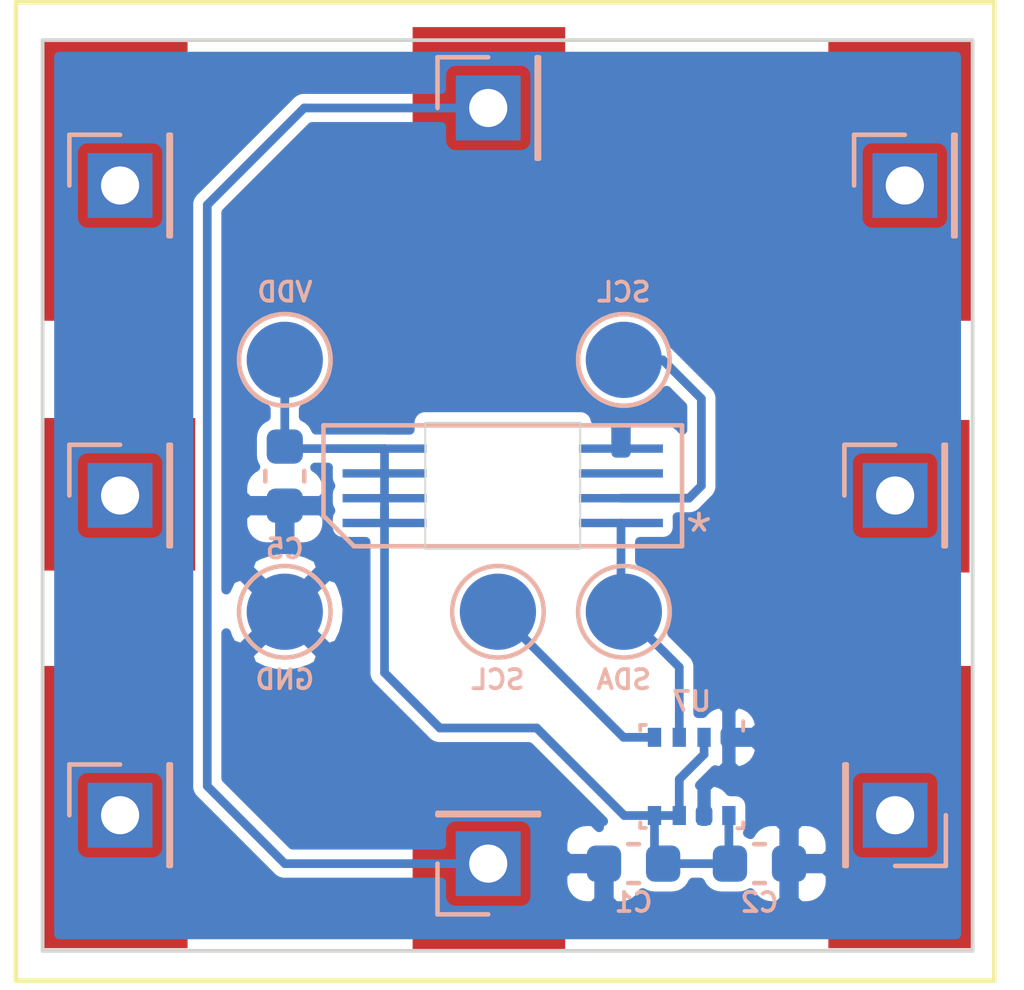
<source format=kicad_pcb>
(kicad_pcb (version 20171130) (host pcbnew "(5.1.10)-1")

  (general
    (thickness 0.8)
    (drawings 14)
    (tracks 35)
    (zones 0)
    (modules 19)
    (nets 14)
  )

  (page A4)
  (title_block
    (title "Perovskite Contact Board")
    (date 2023-07-20)
    (rev V3)
    (company "Aerospace eXperimental Payloads | UNL Aerospace Club")
    (comment 1 "Copyright (c) 2023")
    (comment 2 "Designer: JMMS")
    (comment 3 "Reviewer: WSA")
    (comment 4 "Approved: WSA")
  )

  (layers
    (0 F.Cu signal)
    (31 B.Cu signal)
    (32 B.Adhes user hide)
    (33 F.Adhes user)
    (34 B.Paste user)
    (35 F.Paste user)
    (36 B.SilkS user)
    (37 F.SilkS user)
    (38 B.Mask user)
    (39 F.Mask user)
    (40 Dwgs.User user hide)
    (41 Cmts.User user)
    (42 Eco1.User user hide)
    (43 Eco2.User user)
    (44 Edge.Cuts user)
    (45 Margin user hide)
    (46 B.CrtYd user)
    (47 F.CrtYd user)
    (48 B.Fab user hide)
    (49 F.Fab user hide)
  )

  (setup
    (last_trace_width 0.1524)
    (user_trace_width 0.1524)
    (user_trace_width 0.2286)
    (trace_clearance 0.1524)
    (zone_clearance 0.5)
    (zone_45_only no)
    (trace_min 0.1524)
    (via_size 0.8)
    (via_drill 0.4)
    (via_min_size 0.127)
    (via_min_drill 0.254)
    (user_via 0.508 0.254)
    (uvia_size 0.3)
    (uvia_drill 0.1)
    (uvias_allowed no)
    (uvia_min_size 0.2)
    (uvia_min_drill 0.1)
    (edge_width 0.1)
    (segment_width 0.2)
    (pcb_text_width 0.3)
    (pcb_text_size 1.5 1.5)
    (mod_edge_width 0.1)
    (mod_text_size 0.5 0.5)
    (mod_text_width 0.1)
    (pad_size 3.4 1.8)
    (pad_drill 0)
    (pad_to_mask_clearance 0)
    (aux_axis_origin 0 0)
    (visible_elements 7FFFFFFF)
    (pcbplotparams
      (layerselection 0x010fc_ffffffff)
      (usegerberextensions false)
      (usegerberattributes true)
      (usegerberadvancedattributes true)
      (creategerberjobfile true)
      (excludeedgelayer true)
      (linewidth 0.100000)
      (plotframeref false)
      (viasonmask false)
      (mode 1)
      (useauxorigin false)
      (hpglpennumber 1)
      (hpglpenspeed 20)
      (hpglpendiameter 15.000000)
      (psnegative false)
      (psa4output false)
      (plotreference true)
      (plotvalue true)
      (plotinvisibletext false)
      (padsonsilk false)
      (subtractmaskfromsilk false)
      (outputformat 1)
      (mirror false)
      (drillshape 0)
      (scaleselection 1)
      (outputdirectory "Gerbers"))
  )

  (net 0 "")
  (net 1 CELL_13)
  (net 2 CELL_14)
  (net 3 CELL_15)
  (net 4 CELL_16)
  (net 5 CELL_17)
  (net 6 CELL_18)
  (net 7 CP_3)
  (net 8 GND)
  (net 9 "Net-(U6-Pad3)")
  (net 10 SCL3)
  (net 11 VDDF)
  (net 12 SCL2)
  (net 13 SDA3)

  (net_class Default "This is the default net class."
    (clearance 0.1524)
    (trace_width 0.1524)
    (via_dia 0.8)
    (via_drill 0.4)
    (uvia_dia 0.3)
    (uvia_drill 0.1)
    (add_net CELL_13)
    (add_net CELL_14)
    (add_net CELL_15)
    (add_net CELL_16)
    (add_net CELL_17)
    (add_net CELL_18)
    (add_net CP_3)
    (add_net GND)
    (add_net "Net-(U6-Pad3)")
    (add_net SCL2)
    (add_net SCL3)
    (add_net SDA3)
    (add_net VDDF)
  )

  (module TestPoint:TestPoint_Pad_D2.0mm (layer B.Cu) (tedit 5A0F774F) (tstamp 64FE032A)
    (at 162.814 113.792)
    (descr "SMD pad as test Point, diameter 2.0mm")
    (tags "test point SMD pad")
    (path /64FF9586)
    (attr virtual)
    (fp_text reference JP103.2 (at 0 1.998) (layer Dwgs.User)
      (effects (font (size 1 1) (thickness 0.15)) (justify mirror))
    )
    (fp_text value Conn_01x01 (at 0 -2.05) (layer B.Fab)
      (effects (font (size 1 1) (thickness 0.15)) (justify mirror))
    )
    (fp_circle (center 0 0) (end 0 -1.2) (layer B.SilkS) (width 0.12))
    (fp_circle (center 0 0) (end 1.5 0) (layer B.CrtYd) (width 0.05))
    (fp_text user %R (at 0 2) (layer B.Fab)
      (effects (font (size 1 1) (thickness 0.15)) (justify mirror))
    )
    (pad 1 smd circle (at 0 0) (size 2 2) (layers B.Cu B.Mask)
      (net 12 SCL2))
  )

  (module Connector_PinHeader_2.54mm:PinHeader_1x01_P2.54mm_Vertical (layer B.Cu) (tedit 59FED5CC) (tstamp 64FDEB8B)
    (at 162.56 100.584 270)
    (descr "Through hole straight pin header, 1x01, 2.54mm pitch, single row")
    (tags "Through hole pin header THT 1x01 2.54mm single row")
    (path /64B5D0F6)
    (fp_text reference JP102.7 (at 0 2.33 90) (layer Dwgs.User)
      (effects (font (size 1 1) (thickness 0.15)) (justify mirror))
    )
    (fp_text value Conn_01x01 (at 0 -2.33 90) (layer B.Fab)
      (effects (font (size 1 1) (thickness 0.15)) (justify mirror))
    )
    (fp_line (start 1.8 1.8) (end -1.8 1.8) (layer B.CrtYd) (width 0.05))
    (fp_line (start 1.8 -1.8) (end 1.8 1.8) (layer B.CrtYd) (width 0.05))
    (fp_line (start -1.8 -1.8) (end 1.8 -1.8) (layer B.CrtYd) (width 0.05))
    (fp_line (start -1.8 1.8) (end -1.8 -1.8) (layer B.CrtYd) (width 0.05))
    (fp_line (start -1.33 1.33) (end 0 1.33) (layer B.SilkS) (width 0.12))
    (fp_line (start -1.33 0) (end -1.33 1.33) (layer B.SilkS) (width 0.12))
    (fp_line (start -1.33 -1.27) (end 1.33 -1.27) (layer B.SilkS) (width 0.12))
    (fp_line (start 1.33 -1.27) (end 1.33 -1.33) (layer B.SilkS) (width 0.12))
    (fp_line (start -1.33 -1.27) (end -1.33 -1.33) (layer B.SilkS) (width 0.12))
    (fp_line (start -1.33 -1.33) (end 1.33 -1.33) (layer B.SilkS) (width 0.12))
    (fp_line (start -1.27 0.635) (end -0.635 1.27) (layer B.Fab) (width 0.1))
    (fp_line (start -1.27 -1.27) (end -1.27 0.635) (layer B.Fab) (width 0.1))
    (fp_line (start 1.27 -1.27) (end -1.27 -1.27) (layer B.Fab) (width 0.1))
    (fp_line (start 1.27 1.27) (end 1.27 -1.27) (layer B.Fab) (width 0.1))
    (fp_line (start -0.635 1.27) (end 1.27 1.27) (layer B.Fab) (width 0.1))
    (fp_text user %R (at 0 0 180) (layer B.Fab)
      (effects (font (size 1 1) (thickness 0.15)) (justify mirror))
    )
    (pad 1 thru_hole rect (at 0 0 270) (size 1.7 1.7) (drill 1) (layers *.Cu *.Mask)
      (net 7 CP_3))
  )

  (module Connector_PinHeader_2.54mm:PinHeader_1x01_P2.54mm_Vertical (layer B.Cu) (tedit 59FED5CC) (tstamp 64B48414)
    (at 173.228 119.126 90)
    (descr "Through hole straight pin header, 1x01, 2.54mm pitch, single row")
    (tags "Through hole pin header THT 1x01 2.54mm single row")
    (path /64B5B2AB)
    (fp_text reference JP102.6 (at 0 2.33 90) (layer Dwgs.User)
      (effects (font (size 1 1) (thickness 0.15)) (justify mirror))
    )
    (fp_text value Conn_01x01 (at 0 -2.33 90) (layer B.Fab)
      (effects (font (size 1 1) (thickness 0.15)) (justify mirror))
    )
    (fp_line (start 1.8 1.8) (end -1.8 1.8) (layer B.CrtYd) (width 0.05))
    (fp_line (start 1.8 -1.8) (end 1.8 1.8) (layer B.CrtYd) (width 0.05))
    (fp_line (start -1.8 -1.8) (end 1.8 -1.8) (layer B.CrtYd) (width 0.05))
    (fp_line (start -1.8 1.8) (end -1.8 -1.8) (layer B.CrtYd) (width 0.05))
    (fp_line (start -1.33 1.33) (end 0 1.33) (layer B.SilkS) (width 0.12))
    (fp_line (start -1.33 0) (end -1.33 1.33) (layer B.SilkS) (width 0.12))
    (fp_line (start -1.33 -1.27) (end 1.33 -1.27) (layer B.SilkS) (width 0.12))
    (fp_line (start 1.33 -1.27) (end 1.33 -1.33) (layer B.SilkS) (width 0.12))
    (fp_line (start -1.33 -1.27) (end -1.33 -1.33) (layer B.SilkS) (width 0.12))
    (fp_line (start -1.33 -1.33) (end 1.33 -1.33) (layer B.SilkS) (width 0.12))
    (fp_line (start -1.27 0.635) (end -0.635 1.27) (layer B.Fab) (width 0.1))
    (fp_line (start -1.27 -1.27) (end -1.27 0.635) (layer B.Fab) (width 0.1))
    (fp_line (start 1.27 -1.27) (end -1.27 -1.27) (layer B.Fab) (width 0.1))
    (fp_line (start 1.27 1.27) (end 1.27 -1.27) (layer B.Fab) (width 0.1))
    (fp_line (start -0.635 1.27) (end 1.27 1.27) (layer B.Fab) (width 0.1))
    (fp_text user %R (at 0 0 180) (layer B.Fab)
      (effects (font (size 1 1) (thickness 0.15)) (justify mirror))
    )
    (pad 1 thru_hole rect (at 0 0 90) (size 1.7 1.7) (drill 1) (layers *.Cu *.Mask)
      (net 6 CELL_18))
  )

  (module Connector_PinHeader_2.54mm:PinHeader_1x01_P2.54mm_Vertical (layer B.Cu) (tedit 59FED5CC) (tstamp 64B48402)
    (at 173.228 110.744 270)
    (descr "Through hole straight pin header, 1x01, 2.54mm pitch, single row")
    (tags "Through hole pin header THT 1x01 2.54mm single row")
    (path /64B5B2A5)
    (fp_text reference JP102.5 (at 0 2.33 90) (layer Dwgs.User)
      (effects (font (size 1 1) (thickness 0.15)) (justify mirror))
    )
    (fp_text value Conn_01x01 (at 0 -2.33 90) (layer B.Fab)
      (effects (font (size 1 1) (thickness 0.15)) (justify mirror))
    )
    (fp_line (start 1.8 1.8) (end -1.8 1.8) (layer B.CrtYd) (width 0.05))
    (fp_line (start 1.8 -1.8) (end 1.8 1.8) (layer B.CrtYd) (width 0.05))
    (fp_line (start -1.8 -1.8) (end 1.8 -1.8) (layer B.CrtYd) (width 0.05))
    (fp_line (start -1.8 1.8) (end -1.8 -1.8) (layer B.CrtYd) (width 0.05))
    (fp_line (start -1.33 1.33) (end 0 1.33) (layer B.SilkS) (width 0.12))
    (fp_line (start -1.33 0) (end -1.33 1.33) (layer B.SilkS) (width 0.12))
    (fp_line (start -1.33 -1.27) (end 1.33 -1.27) (layer B.SilkS) (width 0.12))
    (fp_line (start 1.33 -1.27) (end 1.33 -1.33) (layer B.SilkS) (width 0.12))
    (fp_line (start -1.33 -1.27) (end -1.33 -1.33) (layer B.SilkS) (width 0.12))
    (fp_line (start -1.33 -1.33) (end 1.33 -1.33) (layer B.SilkS) (width 0.12))
    (fp_line (start -1.27 0.635) (end -0.635 1.27) (layer B.Fab) (width 0.1))
    (fp_line (start -1.27 -1.27) (end -1.27 0.635) (layer B.Fab) (width 0.1))
    (fp_line (start 1.27 -1.27) (end -1.27 -1.27) (layer B.Fab) (width 0.1))
    (fp_line (start 1.27 1.27) (end 1.27 -1.27) (layer B.Fab) (width 0.1))
    (fp_line (start -0.635 1.27) (end 1.27 1.27) (layer B.Fab) (width 0.1))
    (fp_text user %R (at 0 0 180) (layer B.Fab)
      (effects (font (size 1 1) (thickness 0.15)) (justify mirror))
    )
    (pad 1 thru_hole rect (at 0 0 270) (size 1.7 1.7) (drill 1) (layers *.Cu *.Mask)
      (net 5 CELL_17))
  )

  (module Connector_PinHeader_2.54mm:PinHeader_1x01_P2.54mm_Vertical (layer B.Cu) (tedit 59FED5CC) (tstamp 64B483F0)
    (at 173.482 102.616 270)
    (descr "Through hole straight pin header, 1x01, 2.54mm pitch, single row")
    (tags "Through hole pin header THT 1x01 2.54mm single row")
    (path /64B5B29F)
    (fp_text reference JP102.4 (at 0 2.33 90) (layer Dwgs.User)
      (effects (font (size 1 1) (thickness 0.15)) (justify mirror))
    )
    (fp_text value Conn_01x01 (at 0 -2.33 90) (layer B.Fab)
      (effects (font (size 1 1) (thickness 0.15)) (justify mirror))
    )
    (fp_line (start 1.8 1.8) (end -1.8 1.8) (layer B.CrtYd) (width 0.05))
    (fp_line (start 1.8 -1.8) (end 1.8 1.8) (layer B.CrtYd) (width 0.05))
    (fp_line (start -1.8 -1.8) (end 1.8 -1.8) (layer B.CrtYd) (width 0.05))
    (fp_line (start -1.8 1.8) (end -1.8 -1.8) (layer B.CrtYd) (width 0.05))
    (fp_line (start -1.33 1.33) (end 0 1.33) (layer B.SilkS) (width 0.12))
    (fp_line (start -1.33 0) (end -1.33 1.33) (layer B.SilkS) (width 0.12))
    (fp_line (start -1.33 -1.27) (end 1.33 -1.27) (layer B.SilkS) (width 0.12))
    (fp_line (start 1.33 -1.27) (end 1.33 -1.33) (layer B.SilkS) (width 0.12))
    (fp_line (start -1.33 -1.27) (end -1.33 -1.33) (layer B.SilkS) (width 0.12))
    (fp_line (start -1.33 -1.33) (end 1.33 -1.33) (layer B.SilkS) (width 0.12))
    (fp_line (start -1.27 0.635) (end -0.635 1.27) (layer B.Fab) (width 0.1))
    (fp_line (start -1.27 -1.27) (end -1.27 0.635) (layer B.Fab) (width 0.1))
    (fp_line (start 1.27 -1.27) (end -1.27 -1.27) (layer B.Fab) (width 0.1))
    (fp_line (start 1.27 1.27) (end 1.27 -1.27) (layer B.Fab) (width 0.1))
    (fp_line (start -0.635 1.27) (end 1.27 1.27) (layer B.Fab) (width 0.1))
    (fp_text user %R (at 0 0 180) (layer B.Fab)
      (effects (font (size 1 1) (thickness 0.15)) (justify mirror))
    )
    (pad 1 thru_hole rect (at 0 0 270) (size 1.7 1.7) (drill 1) (layers *.Cu *.Mask)
      (net 4 CELL_16))
  )

  (module Connector_PinHeader_2.54mm:PinHeader_1x01_P2.54mm_Vertical (layer B.Cu) (tedit 59FED5CC) (tstamp 64B483DE)
    (at 152.908 102.616 270)
    (descr "Through hole straight pin header, 1x01, 2.54mm pitch, single row")
    (tags "Through hole pin header THT 1x01 2.54mm single row")
    (path /64B5B299)
    (fp_text reference JP102.3 (at 0 2.33 90) (layer Dwgs.User)
      (effects (font (size 1 1) (thickness 0.15)) (justify mirror))
    )
    (fp_text value Conn_01x01 (at 0 -2.33 90) (layer B.Fab)
      (effects (font (size 1 1) (thickness 0.15)) (justify mirror))
    )
    (fp_line (start 1.8 1.8) (end -1.8 1.8) (layer B.CrtYd) (width 0.05))
    (fp_line (start 1.8 -1.8) (end 1.8 1.8) (layer B.CrtYd) (width 0.05))
    (fp_line (start -1.8 -1.8) (end 1.8 -1.8) (layer B.CrtYd) (width 0.05))
    (fp_line (start -1.8 1.8) (end -1.8 -1.8) (layer B.CrtYd) (width 0.05))
    (fp_line (start -1.33 1.33) (end 0 1.33) (layer B.SilkS) (width 0.12))
    (fp_line (start -1.33 0) (end -1.33 1.33) (layer B.SilkS) (width 0.12))
    (fp_line (start -1.33 -1.27) (end 1.33 -1.27) (layer B.SilkS) (width 0.12))
    (fp_line (start 1.33 -1.27) (end 1.33 -1.33) (layer B.SilkS) (width 0.12))
    (fp_line (start -1.33 -1.27) (end -1.33 -1.33) (layer B.SilkS) (width 0.12))
    (fp_line (start -1.33 -1.33) (end 1.33 -1.33) (layer B.SilkS) (width 0.12))
    (fp_line (start -1.27 0.635) (end -0.635 1.27) (layer B.Fab) (width 0.1))
    (fp_line (start -1.27 -1.27) (end -1.27 0.635) (layer B.Fab) (width 0.1))
    (fp_line (start 1.27 -1.27) (end -1.27 -1.27) (layer B.Fab) (width 0.1))
    (fp_line (start 1.27 1.27) (end 1.27 -1.27) (layer B.Fab) (width 0.1))
    (fp_line (start -0.635 1.27) (end 1.27 1.27) (layer B.Fab) (width 0.1))
    (fp_text user %R (at 0 0 180) (layer B.Fab)
      (effects (font (size 1 1) (thickness 0.15)) (justify mirror))
    )
    (pad 1 thru_hole rect (at 0 0 270) (size 1.7 1.7) (drill 1) (layers *.Cu *.Mask)
      (net 3 CELL_15))
  )

  (module Connector_PinHeader_2.54mm:PinHeader_1x01_P2.54mm_Vertical (layer B.Cu) (tedit 59FED5CC) (tstamp 64B483CC)
    (at 152.908 110.744 270)
    (descr "Through hole straight pin header, 1x01, 2.54mm pitch, single row")
    (tags "Through hole pin header THT 1x01 2.54mm single row")
    (path /64B59206)
    (fp_text reference JP102.2 (at 0 2.33 90) (layer Dwgs.User)
      (effects (font (size 1 1) (thickness 0.15)) (justify mirror))
    )
    (fp_text value Conn_01x01 (at 0 -2.33 90) (layer B.Fab)
      (effects (font (size 1 1) (thickness 0.15)) (justify mirror))
    )
    (fp_line (start 1.8 1.8) (end -1.8 1.8) (layer B.CrtYd) (width 0.05))
    (fp_line (start 1.8 -1.8) (end 1.8 1.8) (layer B.CrtYd) (width 0.05))
    (fp_line (start -1.8 -1.8) (end 1.8 -1.8) (layer B.CrtYd) (width 0.05))
    (fp_line (start -1.8 1.8) (end -1.8 -1.8) (layer B.CrtYd) (width 0.05))
    (fp_line (start -1.33 1.33) (end 0 1.33) (layer B.SilkS) (width 0.12))
    (fp_line (start -1.33 0) (end -1.33 1.33) (layer B.SilkS) (width 0.12))
    (fp_line (start -1.33 -1.27) (end 1.33 -1.27) (layer B.SilkS) (width 0.12))
    (fp_line (start 1.33 -1.27) (end 1.33 -1.33) (layer B.SilkS) (width 0.12))
    (fp_line (start -1.33 -1.27) (end -1.33 -1.33) (layer B.SilkS) (width 0.12))
    (fp_line (start -1.33 -1.33) (end 1.33 -1.33) (layer B.SilkS) (width 0.12))
    (fp_line (start -1.27 0.635) (end -0.635 1.27) (layer B.Fab) (width 0.1))
    (fp_line (start -1.27 -1.27) (end -1.27 0.635) (layer B.Fab) (width 0.1))
    (fp_line (start 1.27 -1.27) (end -1.27 -1.27) (layer B.Fab) (width 0.1))
    (fp_line (start 1.27 1.27) (end 1.27 -1.27) (layer B.Fab) (width 0.1))
    (fp_line (start -0.635 1.27) (end 1.27 1.27) (layer B.Fab) (width 0.1))
    (fp_text user %R (at 0 0 180) (layer B.Fab)
      (effects (font (size 1 1) (thickness 0.15)) (justify mirror))
    )
    (pad 1 thru_hole rect (at 0 0 270) (size 1.7 1.7) (drill 1) (layers *.Cu *.Mask)
      (net 2 CELL_14))
  )

  (module Connector_PinHeader_2.54mm:PinHeader_1x01_P2.54mm_Vertical (layer B.Cu) (tedit 59FED5CC) (tstamp 64B483BA)
    (at 152.908 119.126 270)
    (descr "Through hole straight pin header, 1x01, 2.54mm pitch, single row")
    (tags "Through hole pin header THT 1x01 2.54mm single row")
    (path /64B59200)
    (fp_text reference JP102.1 (at 0 2.33 90) (layer Dwgs.User)
      (effects (font (size 1 1) (thickness 0.15)) (justify mirror))
    )
    (fp_text value Conn_01x01 (at 0 -2.33 90) (layer B.Fab)
      (effects (font (size 1 1) (thickness 0.15)) (justify mirror))
    )
    (fp_line (start 1.8 1.8) (end -1.8 1.8) (layer B.CrtYd) (width 0.05))
    (fp_line (start 1.8 -1.8) (end 1.8 1.8) (layer B.CrtYd) (width 0.05))
    (fp_line (start -1.8 -1.8) (end 1.8 -1.8) (layer B.CrtYd) (width 0.05))
    (fp_line (start -1.8 1.8) (end -1.8 -1.8) (layer B.CrtYd) (width 0.05))
    (fp_line (start -1.33 1.33) (end 0 1.33) (layer B.SilkS) (width 0.12))
    (fp_line (start -1.33 0) (end -1.33 1.33) (layer B.SilkS) (width 0.12))
    (fp_line (start -1.33 -1.27) (end 1.33 -1.27) (layer B.SilkS) (width 0.12))
    (fp_line (start 1.33 -1.27) (end 1.33 -1.33) (layer B.SilkS) (width 0.12))
    (fp_line (start -1.33 -1.27) (end -1.33 -1.33) (layer B.SilkS) (width 0.12))
    (fp_line (start -1.33 -1.33) (end 1.33 -1.33) (layer B.SilkS) (width 0.12))
    (fp_line (start -1.27 0.635) (end -0.635 1.27) (layer B.Fab) (width 0.1))
    (fp_line (start -1.27 -1.27) (end -1.27 0.635) (layer B.Fab) (width 0.1))
    (fp_line (start 1.27 -1.27) (end -1.27 -1.27) (layer B.Fab) (width 0.1))
    (fp_line (start 1.27 1.27) (end 1.27 -1.27) (layer B.Fab) (width 0.1))
    (fp_line (start -0.635 1.27) (end 1.27 1.27) (layer B.Fab) (width 0.1))
    (fp_text user %R (at 0 0 180) (layer B.Fab)
      (effects (font (size 1 1) (thickness 0.15)) (justify mirror))
    )
    (pad 1 thru_hole rect (at 0 0 270) (size 1.7 1.7) (drill 1) (layers *.Cu *.Mask)
      (net 1 CELL_13))
  )

  (module Connector_PinHeader_2.54mm:PinHeader_1x01_P2.54mm_Vertical (layer B.Cu) (tedit 59FED5CC) (tstamp 64FDE70F)
    (at 162.56 120.396)
    (descr "Through hole straight pin header, 1x01, 2.54mm pitch, single row")
    (tags "Through hole pin header THT 1x01 2.54mm single row")
    (path /64FEEFCB)
    (fp_text reference JP102.8 (at 0 2.33) (layer Dwgs.User)
      (effects (font (size 1 1) (thickness 0.15)) (justify mirror))
    )
    (fp_text value Conn_01x01 (at 0 -2.33) (layer B.Fab)
      (effects (font (size 1 1) (thickness 0.15)) (justify mirror))
    )
    (fp_line (start 1.8 1.8) (end -1.8 1.8) (layer B.CrtYd) (width 0.05))
    (fp_line (start 1.8 -1.8) (end 1.8 1.8) (layer B.CrtYd) (width 0.05))
    (fp_line (start -1.8 -1.8) (end 1.8 -1.8) (layer B.CrtYd) (width 0.05))
    (fp_line (start -1.8 1.8) (end -1.8 -1.8) (layer B.CrtYd) (width 0.05))
    (fp_line (start -1.33 1.33) (end 0 1.33) (layer B.SilkS) (width 0.12))
    (fp_line (start -1.33 0) (end -1.33 1.33) (layer B.SilkS) (width 0.12))
    (fp_line (start -1.33 -1.27) (end 1.33 -1.27) (layer B.SilkS) (width 0.12))
    (fp_line (start 1.33 -1.27) (end 1.33 -1.33) (layer B.SilkS) (width 0.12))
    (fp_line (start -1.33 -1.27) (end -1.33 -1.33) (layer B.SilkS) (width 0.12))
    (fp_line (start -1.33 -1.33) (end 1.33 -1.33) (layer B.SilkS) (width 0.12))
    (fp_line (start -1.27 0.635) (end -0.635 1.27) (layer B.Fab) (width 0.1))
    (fp_line (start -1.27 -1.27) (end -1.27 0.635) (layer B.Fab) (width 0.1))
    (fp_line (start 1.27 -1.27) (end -1.27 -1.27) (layer B.Fab) (width 0.1))
    (fp_line (start 1.27 1.27) (end 1.27 -1.27) (layer B.Fab) (width 0.1))
    (fp_line (start -0.635 1.27) (end 1.27 1.27) (layer B.Fab) (width 0.1))
    (fp_text user %R (at 0 0 -90) (layer B.Fab)
      (effects (font (size 1 1) (thickness 0.15)) (justify mirror))
    )
    (pad 1 thru_hole rect (at 0 0) (size 1.7 1.7) (drill 1) (layers *.Cu *.Mask)
      (net 7 CP_3))
  )

  (module Package_LGA:Bosch_LGA-8_2.5x2.5mm_P0.65mm_ClockwisePinNumbering (layer B.Cu) (tedit 5A0FA816) (tstamp 64FDEBCF)
    (at 167.894 118.11 180)
    (descr LGA-8)
    (tags "lga land grid array")
    (path /64F7CCC1)
    (attr smd)
    (fp_text reference U7 (at 0 1.9685) (layer B.SilkS)
      (effects (font (size 0.5 0.5) (thickness 0.1)) (justify mirror))
    )
    (fp_text value BME280 (at 0.015 -2.535) (layer B.Fab)
      (effects (font (size 1 1) (thickness 0.15)) (justify mirror))
    )
    (fp_line (start 1.41 -1.54) (end -1.41 -1.54) (layer B.CrtYd) (width 0.05))
    (fp_line (start 1.41 1.54) (end 1.41 -1.54) (layer B.CrtYd) (width 0.05))
    (fp_line (start -1.41 1.54) (end 1.41 1.54) (layer B.CrtYd) (width 0.05))
    (fp_line (start -1.41 -1.54) (end -1.41 1.54) (layer B.CrtYd) (width 0.05))
    (fp_line (start 1.25 -1.25) (end -1.25 -1.25) (layer B.Fab) (width 0.1))
    (fp_line (start 1.25 1.25) (end 1.25 -1.25) (layer B.Fab) (width 0.1))
    (fp_line (start -0.5 1.25) (end 1.25 1.25) (layer B.Fab) (width 0.1))
    (fp_line (start -1.25 -1.25) (end -1.25 0.5) (layer B.Fab) (width 0.1))
    (fp_line (start -1.35 1.2) (end -1.35 1.45) (layer B.SilkS) (width 0.1))
    (fp_line (start 1.35 1.35) (end 1.35 1.2) (layer B.SilkS) (width 0.1))
    (fp_line (start 1.2 1.35) (end 1.35 1.35) (layer B.SilkS) (width 0.1))
    (fp_line (start 1.35 -1.35) (end 1.2 -1.35) (layer B.SilkS) (width 0.1))
    (fp_line (start 1.35 -1.35) (end 1.35 -1.2) (layer B.SilkS) (width 0.1))
    (fp_line (start -1.35 -1.35) (end -1.35 -1.2) (layer B.SilkS) (width 0.1))
    (fp_line (start -1.25 0.5) (end -0.5 1.25) (layer B.Fab) (width 0.1))
    (fp_line (start -1.35 -1.36) (end -1.2 -1.36) (layer B.SilkS) (width 0.1))
    (fp_text user %R (at 0 0 180) (layer B.Fab)
      (effects (font (size 0.5 0.5) (thickness 0.075)) (justify mirror))
    )
    (pad 5 smd rect (at 0.975 -1.025 90) (size 0.5 0.35) (layers B.Cu B.Paste B.Mask)
      (net 11 VDDF))
    (pad 6 smd rect (at 0.325 -1.025 90) (size 0.5 0.35) (layers B.Cu B.Paste B.Mask)
      (net 11 VDDF))
    (pad 7 smd rect (at -0.325 -1.025 90) (size 0.5 0.35) (layers B.Cu B.Paste B.Mask)
      (net 8 GND))
    (pad 8 smd rect (at -0.975 -1.025 90) (size 0.5 0.35) (layers B.Cu B.Paste B.Mask)
      (net 11 VDDF))
    (pad 1 smd rect (at -0.975 1.025 90) (size 0.5 0.35) (layers B.Cu B.Paste B.Mask)
      (net 8 GND))
    (pad 2 smd rect (at -0.325 1.025 90) (size 0.5 0.35) (layers B.Cu B.Paste B.Mask)
      (net 11 VDDF))
    (pad 3 smd rect (at 0.325 1.025 90) (size 0.5 0.35) (layers B.Cu B.Paste B.Mask)
      (net 13 SDA3))
    (pad 4 smd rect (at 0.975 1.025 90) (size 0.5 0.35) (layers B.Cu B.Paste B.Mask)
      (net 12 SCL2))
    (model ${KISYS3DMOD}/Package_LGA.3dshapes/Bosch_LGA-8_2.5x2.5mm_P0.65mm_ClockwisePinNumbering.wrl
      (offset (xyz 0.01500000025472259 -0.03500000059435272 0))
      (scale (xyz 1 1 1))
      (rotate (xyz 0 0 0))
    )
  )

  (module Capacitor_SMD:C_0603_1608Metric (layer B.Cu) (tedit 5F68FEEE) (tstamp 64F817EA)
    (at 157.226 110.236 270)
    (descr "Capacitor SMD 0603 (1608 Metric), square (rectangular) end terminal, IPC_7351 nominal, (Body size source: IPC-SM-782 page 76, https://www.pcb-3d.com/wordpress/wp-content/uploads/ipc-sm-782a_amendment_1_and_2.pdf), generated with kicad-footprint-generator")
    (tags capacitor)
    (path /64F82799)
    (attr smd)
    (fp_text reference C5 (at 1.905 0) (layer B.SilkS)
      (effects (font (size 0.5 0.5) (thickness 0.1)) (justify mirror))
    )
    (fp_text value 0.1u (at 0 -1.43 90) (layer B.Fab)
      (effects (font (size 1 1) (thickness 0.15)) (justify mirror))
    )
    (fp_line (start 1.48 -0.73) (end -1.48 -0.73) (layer B.CrtYd) (width 0.05))
    (fp_line (start 1.48 0.73) (end 1.48 -0.73) (layer B.CrtYd) (width 0.05))
    (fp_line (start -1.48 0.73) (end 1.48 0.73) (layer B.CrtYd) (width 0.05))
    (fp_line (start -1.48 -0.73) (end -1.48 0.73) (layer B.CrtYd) (width 0.05))
    (fp_line (start -0.14058 -0.51) (end 0.14058 -0.51) (layer B.SilkS) (width 0.12))
    (fp_line (start -0.14058 0.51) (end 0.14058 0.51) (layer B.SilkS) (width 0.12))
    (fp_line (start 0.8 -0.4) (end -0.8 -0.4) (layer B.Fab) (width 0.1))
    (fp_line (start 0.8 0.4) (end 0.8 -0.4) (layer B.Fab) (width 0.1))
    (fp_line (start -0.8 0.4) (end 0.8 0.4) (layer B.Fab) (width 0.1))
    (fp_line (start -0.8 -0.4) (end -0.8 0.4) (layer B.Fab) (width 0.1))
    (fp_text user %R (at 0 0 90) (layer B.Fab)
      (effects (font (size 0.4 0.4) (thickness 0.06)) (justify mirror))
    )
    (pad 2 smd roundrect (at 0.775 0 270) (size 0.9 0.95) (layers B.Cu B.Paste B.Mask) (roundrect_rratio 0.25)
      (net 8 GND))
    (pad 1 smd roundrect (at -0.775 0 270) (size 0.9 0.95) (layers B.Cu B.Paste B.Mask) (roundrect_rratio 0.25)
      (net 11 VDDF))
    (model ${KISYS3DMOD}/Capacitor_SMD.3dshapes/C_0603_1608Metric.wrl
      (at (xyz 0 0 0))
      (scale (xyz 1 1 1))
      (rotate (xyz 0 0 0))
    )
  )

  (module Capacitor_SMD:C_0603_1608Metric (layer B.Cu) (tedit 5F68FEEE) (tstamp 64FDEC47)
    (at 169.672 120.396)
    (descr "Capacitor SMD 0603 (1608 Metric), square (rectangular) end terminal, IPC_7351 nominal, (Body size source: IPC-SM-782 page 76, https://www.pcb-3d.com/wordpress/wp-content/uploads/ipc-sm-782a_amendment_1_and_2.pdf), generated with kicad-footprint-generator")
    (tags capacitor)
    (path /64F85588)
    (attr smd)
    (fp_text reference C2 (at 0 1.016) (layer B.SilkS)
      (effects (font (size 0.5 0.5) (thickness 0.1)) (justify mirror))
    )
    (fp_text value 0.1u (at 0 -1.43) (layer B.Fab)
      (effects (font (size 1 1) (thickness 0.15)) (justify mirror))
    )
    (fp_line (start 1.48 -0.73) (end -1.48 -0.73) (layer B.CrtYd) (width 0.05))
    (fp_line (start 1.48 0.73) (end 1.48 -0.73) (layer B.CrtYd) (width 0.05))
    (fp_line (start -1.48 0.73) (end 1.48 0.73) (layer B.CrtYd) (width 0.05))
    (fp_line (start -1.48 -0.73) (end -1.48 0.73) (layer B.CrtYd) (width 0.05))
    (fp_line (start -0.14058 -0.51) (end 0.14058 -0.51) (layer B.SilkS) (width 0.12))
    (fp_line (start -0.14058 0.51) (end 0.14058 0.51) (layer B.SilkS) (width 0.12))
    (fp_line (start 0.8 -0.4) (end -0.8 -0.4) (layer B.Fab) (width 0.1))
    (fp_line (start 0.8 0.4) (end 0.8 -0.4) (layer B.Fab) (width 0.1))
    (fp_line (start -0.8 0.4) (end 0.8 0.4) (layer B.Fab) (width 0.1))
    (fp_line (start -0.8 -0.4) (end -0.8 0.4) (layer B.Fab) (width 0.1))
    (fp_text user %R (at 0 0) (layer B.Fab)
      (effects (font (size 0.4 0.4) (thickness 0.06)) (justify mirror))
    )
    (pad 2 smd roundrect (at 0.775 0) (size 0.9 0.95) (layers B.Cu B.Paste B.Mask) (roundrect_rratio 0.25)
      (net 8 GND))
    (pad 1 smd roundrect (at -0.775 0) (size 0.9 0.95) (layers B.Cu B.Paste B.Mask) (roundrect_rratio 0.25)
      (net 11 VDDF))
    (model ${KISYS3DMOD}/Capacitor_SMD.3dshapes/C_0603_1608Metric.wrl
      (at (xyz 0 0 0))
      (scale (xyz 1 1 1))
      (rotate (xyz 0 0 0))
    )
  )

  (module Capacitor_SMD:C_0603_1608Metric (layer B.Cu) (tedit 5F68FEEE) (tstamp 64FDEC17)
    (at 166.37 120.396 180)
    (descr "Capacitor SMD 0603 (1608 Metric), square (rectangular) end terminal, IPC_7351 nominal, (Body size source: IPC-SM-782 page 76, https://www.pcb-3d.com/wordpress/wp-content/uploads/ipc-sm-782a_amendment_1_and_2.pdf), generated with kicad-footprint-generator")
    (tags capacitor)
    (path /64F92513)
    (attr smd)
    (fp_text reference C1 (at 0 -1.016) (layer B.SilkS)
      (effects (font (size 0.5 0.5) (thickness 0.1)) (justify mirror))
    )
    (fp_text value 0.1u (at 0 -1.43) (layer B.Fab)
      (effects (font (size 1 1) (thickness 0.15)) (justify mirror))
    )
    (fp_line (start 1.48 -0.73) (end -1.48 -0.73) (layer B.CrtYd) (width 0.05))
    (fp_line (start 1.48 0.73) (end 1.48 -0.73) (layer B.CrtYd) (width 0.05))
    (fp_line (start -1.48 0.73) (end 1.48 0.73) (layer B.CrtYd) (width 0.05))
    (fp_line (start -1.48 -0.73) (end -1.48 0.73) (layer B.CrtYd) (width 0.05))
    (fp_line (start -0.14058 -0.51) (end 0.14058 -0.51) (layer B.SilkS) (width 0.12))
    (fp_line (start -0.14058 0.51) (end 0.14058 0.51) (layer B.SilkS) (width 0.12))
    (fp_line (start 0.8 -0.4) (end -0.8 -0.4) (layer B.Fab) (width 0.1))
    (fp_line (start 0.8 0.4) (end 0.8 -0.4) (layer B.Fab) (width 0.1))
    (fp_line (start -0.8 0.4) (end 0.8 0.4) (layer B.Fab) (width 0.1))
    (fp_line (start -0.8 -0.4) (end -0.8 0.4) (layer B.Fab) (width 0.1))
    (fp_text user %R (at 0 0) (layer B.Fab)
      (effects (font (size 0.4 0.4) (thickness 0.06)) (justify mirror))
    )
    (pad 2 smd roundrect (at 0.775 0 180) (size 0.9 0.95) (layers B.Cu B.Paste B.Mask) (roundrect_rratio 0.25)
      (net 8 GND))
    (pad 1 smd roundrect (at -0.775 0 180) (size 0.9 0.95) (layers B.Cu B.Paste B.Mask) (roundrect_rratio 0.25)
      (net 11 VDDF))
    (model ${KISYS3DMOD}/Capacitor_SMD.3dshapes/C_0603_1608Metric.wrl
      (at (xyz 0 0 0))
      (scale (xyz 1 1 1))
      (rotate (xyz 0 0 0))
    )
  )

  (module Perovskite:Perovskite (layer F.Cu) (tedit 6368C0DA) (tstamp 64F830F9)
    (at 150.1775 123.463 90)
    (path /63690578)
    (fp_text reference U3 (at 0 0.5 90) (layer F.SilkS) hide
      (effects (font (size 0.5 0.5) (thickness 0.1)))
    )
    (fp_text value Perovskite_CP_6_Cell (at 0 -0.5 90) (layer F.Fab)
      (effects (font (size 1 1) (thickness 0.15)))
    )
    (fp_line (start 0 25.65) (end 25.65 0) (layer Eco1.User) (width 0.12))
    (fp_line (start 0 0) (end 25.65 25.65) (layer Eco1.User) (width 0.12))
    (fp_line (start 0 0) (end 0 25.65) (layer F.SilkS) (width 0.12))
    (fp_line (start 25.65 0) (end 25.65 25.65) (layer F.SilkS) (width 0.12))
    (fp_line (start 0 25.65) (end 25.65 25.65) (layer F.SilkS) (width 0.12))
    (fp_line (start 0 0) (end 25.65 0) (layer F.SilkS) (width 0.12))
    (pad 7 smd rect (at 23 12.4 90) (size 4 4) (layers F.Cu F.Paste F.Mask)
      (net 7 CP_3))
    (pad 7 smd rect (at 2.8 12.4 90) (size 4 4) (layers F.Cu F.Paste F.Mask)
      (net 7 CP_3))
    (pad 5 smd rect (at 12.7 23 90) (size 4 4) (layers F.Cu F.Paste F.Mask)
      (net 5 CELL_17))
    (pad 2 smd rect (at 12.75 2.7 90) (size 4 4) (layers F.Cu F.Paste F.Mask)
      (net 2 CELL_14))
    (pad 6 smd rect (at 4.55 23.2 90) (size 7.4 3.8) (layers F.Cu F.Paste F.Mask)
      (net 6 CELL_18))
    (pad 4 smd rect (at 21 23.2 90) (size 7.4 3.8) (layers F.Cu F.Paste F.Mask)
      (net 4 CELL_16))
    (pad 3 smd rect (at 21 2.6 90) (size 7.4 3.8) (layers F.Cu F.Paste F.Mask)
      (net 3 CELL_15))
    (pad 1 smd rect (at 4.55 2.6 90) (size 7.4 3.8) (layers F.Cu F.Paste F.Mask)
      (net 1 CELL_13))
    (model "${KIPRJMOD}/KiCAD Parts/Perovskite/Perovskite v2.step"
      (offset (xyz 12.5 -12.5 0))
      (scale (xyz 1 1 1))
      (rotate (xyz -90 0 0))
    )
  )

  (module TestPoint:TestPoint_Pad_D2.0mm (layer B.Cu) (tedit 5A0F774F) (tstamp 64B95F95)
    (at 166.116 107.188)
    (descr "SMD pad as test Point, diameter 2.0mm")
    (tags "test point SMD pad")
    (path /64BA5848)
    (attr virtual)
    (fp_text reference JP103.11 (at 0 1.998) (layer Dwgs.User) hide
      (effects (font (size 1 1) (thickness 0.15)) (justify mirror))
    )
    (fp_text value Conn_01x01 (at 0 -2.05) (layer B.Fab)
      (effects (font (size 1 1) (thickness 0.15)) (justify mirror))
    )
    (fp_circle (center 0 0) (end 1.5 0) (layer B.CrtYd) (width 0.05))
    (fp_circle (center 0 0) (end 0 -1.2) (layer B.SilkS) (width 0.12))
    (fp_text user %R (at 0 2) (layer B.Fab)
      (effects (font (size 1 1) (thickness 0.15)) (justify mirror))
    )
    (pad 1 smd circle (at 0 0) (size 2 2) (layers B.Cu B.Mask)
      (net 10 SCL3))
  )

  (module TestPoint:TestPoint_Pad_D2.0mm (layer B.Cu) (tedit 5A0F774F) (tstamp 64B95F85)
    (at 157.226 107.188)
    (descr "SMD pad as test Point, diameter 2.0mm")
    (tags "test point SMD pad")
    (path /64B988DA)
    (attr virtual)
    (fp_text reference JP103.10 (at 0 1.998) (layer Dwgs.User) hide
      (effects (font (size 1 1) (thickness 0.15)) (justify mirror))
    )
    (fp_text value Conn_01x01 (at 0 -2.05) (layer B.Fab)
      (effects (font (size 1 1) (thickness 0.15)) (justify mirror))
    )
    (fp_circle (center 0 0) (end 1.5 0) (layer B.CrtYd) (width 0.05))
    (fp_circle (center 0 0) (end 0 -1.2) (layer B.SilkS) (width 0.12))
    (fp_text user %R (at 0 2) (layer B.Fab)
      (effects (font (size 1 1) (thickness 0.15)) (justify mirror))
    )
    (pad 1 smd circle (at 0 0) (size 2 2) (layers B.Cu B.Mask)
      (net 11 VDDF))
  )

  (module TestPoint:TestPoint_Pad_D2.0mm (layer B.Cu) (tedit 5A0F774F) (tstamp 64B95F67)
    (at 166.116 113.792)
    (descr "SMD pad as test Point, diameter 2.0mm")
    (tags "test point SMD pad")
    (path /64BA5ED3)
    (attr virtual)
    (fp_text reference JP103.12 (at -0.127 2.794) (layer Dwgs.User) hide
      (effects (font (size 1 1) (thickness 0.15)) (justify mirror))
    )
    (fp_text value Conn_01x01 (at 0 -2.05) (layer B.Fab)
      (effects (font (size 1 1) (thickness 0.15)) (justify mirror))
    )
    (fp_circle (center 0 0) (end 1.5 0) (layer B.CrtYd) (width 0.05))
    (fp_circle (center 0 0) (end 0 -1.2) (layer B.SilkS) (width 0.12))
    (fp_text user %R (at 0 2) (layer B.Fab)
      (effects (font (size 1 1) (thickness 0.15)) (justify mirror))
    )
    (pad 1 smd circle (at 0 0) (size 2 2) (layers B.Cu B.Mask)
      (net 13 SDA3))
  )

  (module TestPoint:TestPoint_Pad_D2.0mm (layer B.Cu) (tedit 5A0F774F) (tstamp 64B48438)
    (at 157.226 113.792 90)
    (descr "SMD pad as test Point, diameter 2.0mm")
    (tags "test point SMD pad")
    (path /64B5D0FC)
    (attr virtual)
    (fp_text reference JP103.1 (at -1.905 0 180) (layer B.SilkS) hide
      (effects (font (size 0.5 0.5) (thickness 0.1)) (justify mirror))
    )
    (fp_text value Conn_01x01 (at 0 -2.05 90) (layer B.Fab) hide
      (effects (font (size 1 1) (thickness 0.15)) (justify mirror))
    )
    (fp_circle (center 0 0) (end 0 -1.2) (layer B.SilkS) (width 0.12))
    (fp_circle (center 0 0) (end 1.5 0) (layer B.CrtYd) (width 0.05))
    (fp_text user %R (at 0 2 90) (layer B.Fab)
      (effects (font (size 1 1) (thickness 0.15)) (justify mirror))
    )
    (pad 1 smd circle (at 0 0 90) (size 2 2) (layers B.Cu B.Mask)
      (net 8 GND))
  )

  (module MCP9804_Custom:MCP9804_With_Hole (layer B.Cu) (tedit 636C7334) (tstamp 64B484EF)
    (at 162.941 110.49)
    (path /636A02E7)
    (attr smd)
    (fp_text reference U6 (at -1.3335 2.0955) (layer B.SilkS) hide
      (effects (font (size 0.5 0.5) (thickness 0.1)) (justify mirror))
    )
    (fp_text value MCP9808_MSOP (at 0 3.81) (layer B.Fab)
      (effects (font (size 1 1) (thickness 0.15)) (justify mirror))
    )
    (fp_line (start -4.7 0.785) (end -3.9 1.585) (layer B.SilkS) (width 0.12))
    (fp_line (start -3.9 1.585) (end 4.7 1.585) (layer B.SilkS) (width 0.12))
    (fp_line (start 4.7 1.585) (end 4.7 -1.585) (layer B.SilkS) (width 0.12))
    (fp_line (start 4.7 -1.585) (end -4.7 -1.585) (layer B.SilkS) (width 0.12))
    (fp_line (start -4.7 -1.585) (end -4.7 0.785) (layer B.SilkS) (width 0.12))
    (fp_line (start 4.45 1.34) (end 4.45 -1.34) (layer B.CrtYd) (width 0.05))
    (fp_line (start 4.45 -1.34) (end -4.45 -1.34) (layer B.CrtYd) (width 0.05))
    (fp_line (start -4.45 -1.34) (end -4.45 1.34) (layer B.CrtYd) (width 0.05))
    (fp_line (start -4.45 1.34) (end 4.45 1.34) (layer B.CrtYd) (width 0.05))
    (fp_line (start -2 1.6) (end 2 1.6) (layer Eco1.User) (width 0.12))
    (fp_line (start -2 1.6) (end -2 -1.6) (layer Eco1.User) (width 0.12))
    (fp_line (start -2 -1.6) (end 2 -1.6) (layer Eco1.User) (width 0.12))
    (fp_line (start 2 1.6) (end 2 -1.6) (layer Eco1.User) (width 0.12))
    (pad 5 smd rect (at -3.1 -0.975 90) (size 0.22 2.2) (layers B.Cu B.Paste B.Mask)
      (net 11 VDDF))
    (pad 4 smd rect (at 3.1 -0.975 90) (size 0.22 2.2) (layers B.Cu B.Paste B.Mask)
      (net 8 GND))
    (pad 6 smd rect (at -3.1 -0.325 90) (size 0.22 2.2) (layers B.Cu B.Paste B.Mask)
      (net 11 VDDF))
    (pad 3 smd rect (at 3.1 -0.325 90) (size 0.22 2.2) (layers B.Cu B.Paste B.Mask)
      (net 9 "Net-(U6-Pad3)"))
    (pad 7 smd rect (at -3.1 0.325 90) (size 0.22 2.2) (layers B.Cu B.Paste B.Mask)
      (net 11 VDDF))
    (pad 2 smd rect (at 3.1 0.325 90) (size 0.22 2.2) (layers B.Cu B.Paste B.Mask)
      (net 10 SCL3))
    (pad 8 smd rect (at -3.1 0.975 90) (size 0.22 2.2) (layers B.Cu B.Paste B.Mask)
      (net 11 VDDF))
    (pad 1 smd rect (at 3.1 0.975 90) (size 0.22 2.2) (layers B.Cu B.Paste B.Mask)
      (net 13 SDA3))
    (model "${KIPRJMOD}/KiCAD Parts/MCP9804/MCP9801-M_MS.stp"
      (offset (xyz 0 0 0.2))
      (scale (xyz 1 1 1))
      (rotate (xyz 0 180 0))
    )
  )

  (gr_text SCL (at 162.814 115.57) (layer B.SilkS) (tstamp 64FE05CD)
    (effects (font (size 0.5 0.5) (thickness 0.1)) (justify mirror))
  )
  (gr_line (start 150.876 122.682) (end 150.876 98.806) (layer Edge.Cuts) (width 0.1) (tstamp 64FDE240))
  (gr_line (start 175.26 122.682) (end 150.876 122.682) (layer Edge.Cuts) (width 0.1))
  (gr_line (start 175.26 98.806) (end 175.26 122.682) (layer Edge.Cuts) (width 0.1))
  (gr_line (start 150.876 98.806) (end 175.26 98.806) (layer Edge.Cuts) (width 0.1))
  (gr_text * (at 168.0845 111.76) (layer B.SilkS) (tstamp 64B9ED7C)
    (effects (font (size 1 1) (thickness 0.1)) (justify mirror))
  )
  (gr_text GND (at 157.226 115.57) (layer B.SilkS) (tstamp 64B9ED28)
    (effects (font (size 0.5 0.5) (thickness 0.1)) (justify mirror))
  )
  (gr_text VDD (at 157.226 105.41) (layer B.SilkS) (tstamp 64B9ED27)
    (effects (font (size 0.5 0.5) (thickness 0.1)) (justify mirror))
  )
  (gr_text SCL (at 166.116 105.41) (layer B.SilkS) (tstamp 64B9744D)
    (effects (font (size 0.5 0.5) (thickness 0.1)) (justify mirror))
  )
  (gr_text SDA (at 166.116 115.57) (layer B.SilkS) (tstamp 64B9744C)
    (effects (font (size 0.5 0.5) (thickness 0.1)) (justify mirror))
  )
  (gr_line (start 164.973 108.839) (end 160.909 108.839) (layer Edge.Cuts) (width 0.05) (tstamp 64B4CC00))
  (gr_line (start 164.973 112.141) (end 164.973 108.839) (layer Edge.Cuts) (width 0.05) (tstamp 64B4CBFF))
  (gr_line (start 160.909 112.141) (end 164.973 112.141) (layer Edge.Cuts) (width 0.05) (tstamp 64B4CBFE))
  (gr_line (start 160.909 108.839) (end 160.909 112.141) (layer Edge.Cuts) (width 0.05) (tstamp 64B4CBFD))

  (segment (start 162.56 120.396) (end 157.226 120.396) (width 0.2286) (layer B.Cu) (net 7))
  (segment (start 157.226 120.396) (end 155.194 118.364) (width 0.2286) (layer B.Cu) (net 7))
  (segment (start 155.194 118.364) (end 155.194 103.124) (width 0.2286) (layer B.Cu) (net 7))
  (segment (start 157.734 100.584) (end 162.56 100.584) (width 0.2286) (layer B.Cu) (net 7))
  (segment (start 155.194 103.124) (end 157.734 100.584) (width 0.2286) (layer B.Cu) (net 7))
  (segment (start 166.041 110.815) (end 167.823 110.815) (width 0.2286) (layer B.Cu) (net 10))
  (segment (start 167.823 110.815) (end 168.148 110.49) (width 0.2286) (layer B.Cu) (net 10))
  (segment (start 168.148 110.49) (end 168.148 108.204) (width 0.2286) (layer B.Cu) (net 10))
  (segment (start 167.132 107.188) (end 166.116 107.188) (width 0.2286) (layer B.Cu) (net 10))
  (segment (start 168.148 108.204) (end 167.132 107.188) (width 0.2286) (layer B.Cu) (net 10))
  (segment (start 168.897 120.396) (end 167.145 120.396) (width 0.2286) (layer B.Cu) (net 11))
  (segment (start 167.569 119.135) (end 166.919 119.135) (width 0.2286) (layer B.Cu) (net 11))
  (segment (start 168.869 120.368) (end 168.897 120.396) (width 0.2286) (layer B.Cu) (net 11))
  (segment (start 168.869 119.135) (end 168.869 120.368) (width 0.2286) (layer B.Cu) (net 11))
  (segment (start 166.919 120.17) (end 167.145 120.396) (width 0.2286) (layer B.Cu) (net 11))
  (segment (start 166.919 119.135) (end 166.919 120.17) (width 0.2286) (layer B.Cu) (net 11))
  (segment (start 157.28 109.515) (end 157.226 109.461) (width 0.2286) (layer B.Cu) (net 11))
  (segment (start 159.841 109.515) (end 157.28 109.515) (width 0.2286) (layer B.Cu) (net 11))
  (segment (start 157.226 107.188) (end 157.226 109.461) (width 0.2286) (layer B.Cu) (net 11))
  (segment (start 168.219 117.085) (end 168.219 117.531) (width 0.2286) (layer B.Cu) (net 11))
  (segment (start 167.569 118.181) (end 167.569 119.135) (width 0.2286) (layer B.Cu) (net 11))
  (segment (start 168.219 117.531) (end 167.569 118.181) (width 0.2286) (layer B.Cu) (net 11))
  (segment (start 159.841 115.391) (end 159.841 111.073) (width 0.2286) (layer B.Cu) (net 11))
  (segment (start 161.29 116.84) (end 159.841 115.391) (width 0.2286) (layer B.Cu) (net 11))
  (segment (start 163.83 116.84) (end 161.29 116.84) (width 0.2286) (layer B.Cu) (net 11))
  (segment (start 166.125 119.135) (end 163.83 116.84) (width 0.2286) (layer B.Cu) (net 11))
  (segment (start 159.841 111.073) (end 159.841 111.465) (width 0.2286) (layer B.Cu) (net 11))
  (segment (start 166.919 119.135) (end 166.125 119.135) (width 0.2286) (layer B.Cu) (net 11))
  (segment (start 159.841 109.515) (end 159.841 111.073) (width 0.2286) (layer B.Cu) (net 11))
  (segment (start 166.107 117.085) (end 162.814 113.792) (width 0.2286) (layer B.Cu) (net 12))
  (segment (start 166.919 117.085) (end 166.107 117.085) (width 0.2286) (layer B.Cu) (net 12))
  (segment (start 166.041 113.717) (end 166.116 113.792) (width 0.2286) (layer B.Cu) (net 13))
  (segment (start 166.041 111.465) (end 166.041 113.717) (width 0.2286) (layer B.Cu) (net 13))
  (segment (start 167.569 115.245) (end 166.116 113.792) (width 0.2286) (layer B.Cu) (net 13))
  (segment (start 167.569 117.085) (end 167.569 115.245) (width 0.2286) (layer B.Cu) (net 13))

  (zone (net 0) (net_name "") (layer F.Mask) (tstamp 0) (hatch edge 0.508)
    (connect_pads (clearance 0.5))
    (min_thickness 0.254)
    (fill yes (arc_segments 32) (thermal_gap 0.508) (thermal_bridge_width 0.508))
    (polygon
      (pts
        (xy 175.26 122.682) (xy 150.876 122.682) (xy 150.876 98.806) (xy 175.26 98.806)
      )
    )
    (filled_polygon
      (pts
        (xy 175.133 122.555) (xy 151.003 122.555) (xy 151.003 108.839) (xy 160.909 108.839) (xy 160.909 112.141)
        (xy 164.973 112.141) (xy 164.973 108.839) (xy 160.909 108.839) (xy 151.003 108.839) (xy 151.003 98.933)
        (xy 175.133 98.933)
      )
    )
  )
  (zone (net 8) (net_name GND) (layer B.Cu) (tstamp 0) (hatch edge 0.508)
    (connect_pads (clearance 0.254))
    (min_thickness 0.254)
    (fill yes (arc_segments 32) (thermal_gap 0.508) (thermal_bridge_width 0.508))
    (polygon
      (pts
        (xy 175.26 122.682) (xy 150.876 122.682) (xy 150.876 98.806) (xy 175.26 98.806)
      )
    )
    (filled_polygon
      (pts
        (xy 174.829001 122.251) (xy 151.307 122.251) (xy 151.307 118.276) (xy 151.675157 118.276) (xy 151.675157 119.976)
        (xy 151.682513 120.050689) (xy 151.704299 120.122508) (xy 151.739678 120.188696) (xy 151.787289 120.246711) (xy 151.845304 120.294322)
        (xy 151.911492 120.329701) (xy 151.983311 120.351487) (xy 152.058 120.358843) (xy 153.758 120.358843) (xy 153.832689 120.351487)
        (xy 153.904508 120.329701) (xy 153.970696 120.294322) (xy 154.028711 120.246711) (xy 154.076322 120.188696) (xy 154.111701 120.122508)
        (xy 154.133487 120.050689) (xy 154.140843 119.976) (xy 154.140843 118.276) (xy 154.133487 118.201311) (xy 154.111701 118.129492)
        (xy 154.076322 118.063304) (xy 154.028711 118.005289) (xy 153.970696 117.957678) (xy 153.904508 117.922299) (xy 153.832689 117.900513)
        (xy 153.758 117.893157) (xy 152.058 117.893157) (xy 151.983311 117.900513) (xy 151.911492 117.922299) (xy 151.845304 117.957678)
        (xy 151.787289 118.005289) (xy 151.739678 118.063304) (xy 151.704299 118.129492) (xy 151.682513 118.201311) (xy 151.675157 118.276)
        (xy 151.307 118.276) (xy 151.307 109.894) (xy 151.675157 109.894) (xy 151.675157 111.594) (xy 151.682513 111.668689)
        (xy 151.704299 111.740508) (xy 151.739678 111.806696) (xy 151.787289 111.864711) (xy 151.845304 111.912322) (xy 151.911492 111.947701)
        (xy 151.983311 111.969487) (xy 152.058 111.976843) (xy 153.758 111.976843) (xy 153.832689 111.969487) (xy 153.904508 111.947701)
        (xy 153.970696 111.912322) (xy 154.028711 111.864711) (xy 154.076322 111.806696) (xy 154.111701 111.740508) (xy 154.133487 111.668689)
        (xy 154.140843 111.594) (xy 154.140843 109.894) (xy 154.133487 109.819311) (xy 154.111701 109.747492) (xy 154.076322 109.681304)
        (xy 154.028711 109.623289) (xy 153.970696 109.575678) (xy 153.904508 109.540299) (xy 153.832689 109.518513) (xy 153.758 109.511157)
        (xy 152.058 109.511157) (xy 151.983311 109.518513) (xy 151.911492 109.540299) (xy 151.845304 109.575678) (xy 151.787289 109.623289)
        (xy 151.739678 109.681304) (xy 151.704299 109.747492) (xy 151.682513 109.819311) (xy 151.675157 109.894) (xy 151.307 109.894)
        (xy 151.307 101.766) (xy 151.675157 101.766) (xy 151.675157 103.466) (xy 151.682513 103.540689) (xy 151.704299 103.612508)
        (xy 151.739678 103.678696) (xy 151.787289 103.736711) (xy 151.845304 103.784322) (xy 151.911492 103.819701) (xy 151.983311 103.841487)
        (xy 152.058 103.848843) (xy 153.758 103.848843) (xy 153.832689 103.841487) (xy 153.904508 103.819701) (xy 153.970696 103.784322)
        (xy 154.028711 103.736711) (xy 154.076322 103.678696) (xy 154.111701 103.612508) (xy 154.133487 103.540689) (xy 154.140843 103.466)
        (xy 154.140843 103.124) (xy 154.696305 103.124) (xy 154.698701 103.148327) (xy 154.6987 118.339683) (xy 154.696305 118.364)
        (xy 154.6987 118.388317) (xy 154.6987 118.388326) (xy 154.705867 118.461095) (xy 154.734189 118.554459) (xy 154.780181 118.640505)
        (xy 154.842076 118.715924) (xy 154.860975 118.731434) (xy 156.85857 120.72903) (xy 156.874076 120.747924) (xy 156.949495 120.809819)
        (xy 157.03554 120.855811) (xy 157.128904 120.884133) (xy 157.201673 120.8913) (xy 157.201683 120.8913) (xy 157.226 120.893695)
        (xy 157.250317 120.8913) (xy 161.327157 120.8913) (xy 161.327157 121.246) (xy 161.334513 121.320689) (xy 161.356299 121.392508)
        (xy 161.391678 121.458696) (xy 161.439289 121.516711) (xy 161.497304 121.564322) (xy 161.563492 121.599701) (xy 161.635311 121.621487)
        (xy 161.71 121.628843) (xy 163.41 121.628843) (xy 163.484689 121.621487) (xy 163.556508 121.599701) (xy 163.622696 121.564322)
        (xy 163.680711 121.516711) (xy 163.728322 121.458696) (xy 163.763701 121.392508) (xy 163.785487 121.320689) (xy 163.792843 121.246)
        (xy 163.792843 120.871) (xy 164.506928 120.871) (xy 164.519188 120.995482) (xy 164.555498 121.11518) (xy 164.614463 121.225494)
        (xy 164.693815 121.322185) (xy 164.790506 121.401537) (xy 164.90082 121.460502) (xy 165.020518 121.496812) (xy 165.145 121.509072)
        (xy 165.30925 121.506) (xy 165.468 121.34725) (xy 165.468 120.523) (xy 164.66875 120.523) (xy 164.51 120.68175)
        (xy 164.506928 120.871) (xy 163.792843 120.871) (xy 163.792843 119.546) (xy 163.785487 119.471311) (xy 163.763701 119.399492)
        (xy 163.728322 119.333304) (xy 163.680711 119.275289) (xy 163.622696 119.227678) (xy 163.556508 119.192299) (xy 163.484689 119.170513)
        (xy 163.41 119.163157) (xy 161.71 119.163157) (xy 161.635311 119.170513) (xy 161.563492 119.192299) (xy 161.497304 119.227678)
        (xy 161.439289 119.275289) (xy 161.391678 119.333304) (xy 161.356299 119.399492) (xy 161.334513 119.471311) (xy 161.327157 119.546)
        (xy 161.327157 119.9007) (xy 157.43116 119.9007) (xy 155.6893 118.158841) (xy 155.6893 114.927413) (xy 156.270192 114.927413)
        (xy 156.365956 115.191814) (xy 156.655571 115.332704) (xy 156.967108 115.414384) (xy 157.288595 115.433718) (xy 157.607675 115.389961)
        (xy 157.912088 115.284795) (xy 158.086044 115.191814) (xy 158.181808 114.927413) (xy 157.226 113.971605) (xy 156.270192 114.927413)
        (xy 155.6893 114.927413) (xy 155.6893 114.351001) (xy 155.733205 114.478088) (xy 155.826186 114.652044) (xy 156.090587 114.747808)
        (xy 157.046395 113.792) (xy 157.405605 113.792) (xy 158.361413 114.747808) (xy 158.625814 114.652044) (xy 158.766704 114.362429)
        (xy 158.848384 114.050892) (xy 158.867718 113.729405) (xy 158.823961 113.410325) (xy 158.718795 113.105912) (xy 158.625814 112.931956)
        (xy 158.361413 112.836192) (xy 157.405605 113.792) (xy 157.046395 113.792) (xy 156.090587 112.836192) (xy 155.826186 112.931956)
        (xy 155.6893 113.21334) (xy 155.6893 112.656587) (xy 156.270192 112.656587) (xy 157.226 113.612395) (xy 158.181808 112.656587)
        (xy 158.086044 112.392186) (xy 157.796429 112.251296) (xy 157.484892 112.169616) (xy 157.163405 112.150282) (xy 156.844325 112.194039)
        (xy 156.539912 112.299205) (xy 156.365956 112.392186) (xy 156.270192 112.656587) (xy 155.6893 112.656587) (xy 155.6893 111.461)
        (xy 156.112928 111.461) (xy 156.125188 111.585482) (xy 156.161498 111.70518) (xy 156.220463 111.815494) (xy 156.299815 111.912185)
        (xy 156.396506 111.991537) (xy 156.50682 112.050502) (xy 156.626518 112.086812) (xy 156.751 112.099072) (xy 156.94025 112.096)
        (xy 157.099 111.93725) (xy 157.099 111.138) (xy 157.353 111.138) (xy 157.353 111.93725) (xy 157.51175 112.096)
        (xy 157.701 112.099072) (xy 157.825482 112.086812) (xy 157.94518 112.050502) (xy 158.055494 111.991537) (xy 158.152185 111.912185)
        (xy 158.231537 111.815494) (xy 158.290502 111.70518) (xy 158.326812 111.585482) (xy 158.339072 111.461) (xy 158.336 111.29675)
        (xy 158.17725 111.138) (xy 157.353 111.138) (xy 157.099 111.138) (xy 156.27475 111.138) (xy 156.116 111.29675)
        (xy 156.112928 111.461) (xy 155.6893 111.461) (xy 155.6893 107.051983) (xy 155.845 107.051983) (xy 155.845 107.324017)
        (xy 155.898071 107.590823) (xy 156.002174 107.842149) (xy 156.153307 108.068336) (xy 156.345664 108.260693) (xy 156.571851 108.411826)
        (xy 156.730701 108.477624) (xy 156.730701 108.681208) (xy 156.638301 108.730597) (xy 156.54619 108.80619) (xy 156.470597 108.898301)
        (xy 156.414426 109.003389) (xy 156.379837 109.117416) (xy 156.368157 109.236) (xy 156.368157 109.686) (xy 156.379837 109.804584)
        (xy 156.414426 109.918611) (xy 156.456945 109.998157) (xy 156.396506 110.030463) (xy 156.299815 110.109815) (xy 156.220463 110.206506)
        (xy 156.161498 110.31682) (xy 156.125188 110.436518) (xy 156.112928 110.561) (xy 156.116 110.72525) (xy 156.27475 110.884)
        (xy 157.099 110.884) (xy 157.099 110.864) (xy 157.353 110.864) (xy 157.353 110.884) (xy 158.17725 110.884)
        (xy 158.336 110.72525) (xy 158.339072 110.561) (xy 158.326812 110.436518) (xy 158.290502 110.31682) (xy 158.231537 110.206506)
        (xy 158.152185 110.109815) (xy 158.055494 110.030463) (xy 158.017772 110.0103) (xy 158.362559 110.0103) (xy 158.358157 110.055)
        (xy 158.358157 110.275) (xy 158.365513 110.349689) (xy 158.387299 110.421508) (xy 158.422678 110.487696) (xy 158.424569 110.49)
        (xy 158.422678 110.492304) (xy 158.387299 110.558492) (xy 158.365513 110.630311) (xy 158.358157 110.705) (xy 158.358157 110.925)
        (xy 158.365513 110.999689) (xy 158.387299 111.071508) (xy 158.422678 111.137696) (xy 158.424569 111.14) (xy 158.422678 111.142304)
        (xy 158.387299 111.208492) (xy 158.365513 111.280311) (xy 158.358157 111.355) (xy 158.358157 111.575) (xy 158.365513 111.649689)
        (xy 158.387299 111.721508) (xy 158.422678 111.787696) (xy 158.470289 111.845711) (xy 158.528304 111.893322) (xy 158.594492 111.928701)
        (xy 158.666311 111.950487) (xy 158.741 111.957843) (xy 159.345701 111.957843) (xy 159.3457 115.366683) (xy 159.343305 115.391)
        (xy 159.3457 115.415317) (xy 159.3457 115.415326) (xy 159.352867 115.488095) (xy 159.381189 115.581459) (xy 159.427181 115.667505)
        (xy 159.489076 115.742924) (xy 159.507975 115.758434) (xy 160.922568 117.173028) (xy 160.938076 117.191924) (xy 160.95697 117.20743)
        (xy 160.956971 117.207431) (xy 161.013494 117.253819) (xy 161.053982 117.27546) (xy 161.09954 117.299811) (xy 161.192904 117.328133)
        (xy 161.265673 117.3353) (xy 161.265682 117.3353) (xy 161.289999 117.337695) (xy 161.314316 117.3353) (xy 163.624841 117.3353)
        (xy 165.57554 119.286) (xy 165.467998 119.286) (xy 165.467998 119.444748) (xy 165.30925 119.286) (xy 165.145 119.282928)
        (xy 165.020518 119.295188) (xy 164.90082 119.331498) (xy 164.790506 119.390463) (xy 164.693815 119.469815) (xy 164.614463 119.566506)
        (xy 164.555498 119.67682) (xy 164.519188 119.796518) (xy 164.506928 119.921) (xy 164.51 120.11025) (xy 164.66875 120.269)
        (xy 165.468 120.269) (xy 165.468 120.249) (xy 165.722 120.249) (xy 165.722 120.269) (xy 165.742 120.269)
        (xy 165.742 120.523) (xy 165.722 120.523) (xy 165.722 121.34725) (xy 165.88075 121.506) (xy 166.045 121.509072)
        (xy 166.169482 121.496812) (xy 166.28918 121.460502) (xy 166.399494 121.401537) (xy 166.496185 121.322185) (xy 166.575537 121.225494)
        (xy 166.607843 121.165055) (xy 166.687389 121.207574) (xy 166.801416 121.242163) (xy 166.92 121.253843) (xy 167.37 121.253843)
        (xy 167.488584 121.242163) (xy 167.602611 121.207574) (xy 167.707699 121.151403) (xy 167.79981 121.07581) (xy 167.875403 120.983699)
        (xy 167.924792 120.8913) (xy 168.117208 120.8913) (xy 168.166597 120.983699) (xy 168.24219 121.07581) (xy 168.334301 121.151403)
        (xy 168.439389 121.207574) (xy 168.553416 121.242163) (xy 168.672 121.253843) (xy 169.122 121.253843) (xy 169.240584 121.242163)
        (xy 169.354611 121.207574) (xy 169.434157 121.165055) (xy 169.466463 121.225494) (xy 169.545815 121.322185) (xy 169.642506 121.401537)
        (xy 169.75282 121.460502) (xy 169.872518 121.496812) (xy 169.997 121.509072) (xy 170.16125 121.506) (xy 170.32 121.34725)
        (xy 170.32 120.523) (xy 170.574 120.523) (xy 170.574 121.34725) (xy 170.73275 121.506) (xy 170.897 121.509072)
        (xy 171.021482 121.496812) (xy 171.14118 121.460502) (xy 171.251494 121.401537) (xy 171.348185 121.322185) (xy 171.427537 121.225494)
        (xy 171.486502 121.11518) (xy 171.522812 120.995482) (xy 171.535072 120.871) (xy 171.532 120.68175) (xy 171.37325 120.523)
        (xy 170.574 120.523) (xy 170.32 120.523) (xy 170.3 120.523) (xy 170.3 120.269) (xy 170.32 120.269)
        (xy 170.32 119.44475) (xy 170.574 119.44475) (xy 170.574 120.269) (xy 171.37325 120.269) (xy 171.532 120.11025)
        (xy 171.535072 119.921) (xy 171.522812 119.796518) (xy 171.486502 119.67682) (xy 171.427537 119.566506) (xy 171.348185 119.469815)
        (xy 171.251494 119.390463) (xy 171.14118 119.331498) (xy 171.021482 119.295188) (xy 170.897 119.282928) (xy 170.73275 119.286)
        (xy 170.574 119.44475) (xy 170.32 119.44475) (xy 170.16125 119.286) (xy 169.997 119.282928) (xy 169.872518 119.295188)
        (xy 169.75282 119.331498) (xy 169.642506 119.390463) (xy 169.545815 119.469815) (xy 169.466463 119.566506) (xy 169.434157 119.626945)
        (xy 169.366125 119.590581) (xy 169.397701 119.531508) (xy 169.419487 119.459689) (xy 169.426843 119.385) (xy 169.426843 118.885)
        (xy 169.419487 118.810311) (xy 169.397701 118.738492) (xy 169.362322 118.672304) (xy 169.314711 118.614289) (xy 169.256696 118.566678)
        (xy 169.190508 118.531299) (xy 169.118689 118.509513) (xy 169.044 118.502157) (xy 168.900671 118.502157) (xy 168.857625 118.446608)
        (xy 168.76319 118.364583) (xy 168.654568 118.302557) (xy 168.575094 118.276) (xy 171.995157 118.276) (xy 171.995157 119.976)
        (xy 172.002513 120.050689) (xy 172.024299 120.122508) (xy 172.059678 120.188696) (xy 172.107289 120.246711) (xy 172.165304 120.294322)
        (xy 172.231492 120.329701) (xy 172.303311 120.351487) (xy 172.378 120.358843) (xy 174.078 120.358843) (xy 174.152689 120.351487)
        (xy 174.224508 120.329701) (xy 174.290696 120.294322) (xy 174.348711 120.246711) (xy 174.396322 120.188696) (xy 174.431701 120.122508)
        (xy 174.453487 120.050689) (xy 174.460843 119.976) (xy 174.460843 118.276) (xy 174.453487 118.201311) (xy 174.431701 118.129492)
        (xy 174.396322 118.063304) (xy 174.348711 118.005289) (xy 174.290696 117.957678) (xy 174.224508 117.922299) (xy 174.152689 117.900513)
        (xy 174.078 117.893157) (xy 172.378 117.893157) (xy 172.303311 117.900513) (xy 172.231492 117.922299) (xy 172.165304 117.957678)
        (xy 172.107289 118.005289) (xy 172.059678 118.063304) (xy 172.024299 118.129492) (xy 172.002513 118.201311) (xy 171.995157 118.276)
        (xy 168.575094 118.276) (xy 168.535932 118.262914) (xy 168.42575 118.25) (xy 168.267 118.40875) (xy 168.267 119.012)
        (xy 168.311157 119.012) (xy 168.311157 119.258) (xy 168.267 119.258) (xy 168.267 119.282) (xy 168.171 119.282)
        (xy 168.171 119.258) (xy 168.126843 119.258) (xy 168.126843 119.012) (xy 168.171 119.012) (xy 168.171 118.40875)
        (xy 168.106355 118.344105) (xy 168.508075 117.942385) (xy 168.552068 117.957086) (xy 168.66225 117.97) (xy 168.821 117.81125)
        (xy 168.821 117.208) (xy 168.917 117.208) (xy 168.917 117.81125) (xy 169.07575 117.97) (xy 169.185932 117.957086)
        (xy 169.304568 117.917443) (xy 169.41319 117.855417) (xy 169.507625 117.773392) (xy 169.584243 117.67452) (xy 169.640099 117.5626)
        (xy 169.673048 117.441934) (xy 169.679 117.36675) (xy 169.52025 117.208) (xy 168.917 117.208) (xy 168.821 117.208)
        (xy 168.776843 117.208) (xy 168.776843 116.962) (xy 168.821 116.962) (xy 168.821 116.35875) (xy 168.917 116.35875)
        (xy 168.917 116.962) (xy 169.52025 116.962) (xy 169.679 116.80325) (xy 169.673048 116.728066) (xy 169.640099 116.6074)
        (xy 169.584243 116.49548) (xy 169.507625 116.396608) (xy 169.41319 116.314583) (xy 169.304568 116.252557) (xy 169.185932 116.212914)
        (xy 169.07575 116.2) (xy 168.917 116.35875) (xy 168.821 116.35875) (xy 168.66225 116.2) (xy 168.552068 116.212914)
        (xy 168.433432 116.252557) (xy 168.32481 116.314583) (xy 168.230375 116.396608) (xy 168.187329 116.452157) (xy 168.0643 116.452157)
        (xy 168.0643 115.269316) (xy 168.066695 115.244999) (xy 168.0643 115.220682) (xy 168.0643 115.220673) (xy 168.057133 115.147904)
        (xy 168.028811 115.05454) (xy 167.987462 114.977181) (xy 167.982819 114.968494) (xy 167.936431 114.911971) (xy 167.93643 114.91197)
        (xy 167.920924 114.893076) (xy 167.90203 114.87757) (xy 167.378131 114.353672) (xy 167.443929 114.194823) (xy 167.497 113.928017)
        (xy 167.497 113.655983) (xy 167.443929 113.389177) (xy 167.339826 113.137851) (xy 167.188693 112.911664) (xy 166.996336 112.719307)
        (xy 166.770149 112.568174) (xy 166.5363 112.47131) (xy 166.5363 111.957843) (xy 167.141 111.957843) (xy 167.215689 111.950487)
        (xy 167.287508 111.928701) (xy 167.353696 111.893322) (xy 167.411711 111.845711) (xy 167.459322 111.787696) (xy 167.494701 111.721508)
        (xy 167.516487 111.649689) (xy 167.523843 111.575) (xy 167.523843 111.355) (xy 167.519441 111.3103) (xy 167.798683 111.3103)
        (xy 167.823 111.312695) (xy 167.847317 111.3103) (xy 167.847327 111.3103) (xy 167.920096 111.303133) (xy 168.01346 111.274811)
        (xy 168.099505 111.228819) (xy 168.174924 111.166924) (xy 168.190434 111.148025) (xy 168.481025 110.857434) (xy 168.499924 110.841924)
        (xy 168.537207 110.796495) (xy 168.561819 110.766506) (xy 168.60781 110.680461) (xy 168.607811 110.68046) (xy 168.636133 110.587096)
        (xy 168.6433 110.514327) (xy 168.6433 110.514318) (xy 168.645695 110.490001) (xy 168.6433 110.465684) (xy 168.6433 109.894)
        (xy 171.995157 109.894) (xy 171.995157 111.594) (xy 172.002513 111.668689) (xy 172.024299 111.740508) (xy 172.059678 111.806696)
        (xy 172.107289 111.864711) (xy 172.165304 111.912322) (xy 172.231492 111.947701) (xy 172.303311 111.969487) (xy 172.378 111.976843)
        (xy 174.078 111.976843) (xy 174.152689 111.969487) (xy 174.224508 111.947701) (xy 174.290696 111.912322) (xy 174.348711 111.864711)
        (xy 174.396322 111.806696) (xy 174.431701 111.740508) (xy 174.453487 111.668689) (xy 174.460843 111.594) (xy 174.460843 109.894)
        (xy 174.453487 109.819311) (xy 174.431701 109.747492) (xy 174.396322 109.681304) (xy 174.348711 109.623289) (xy 174.290696 109.575678)
        (xy 174.224508 109.540299) (xy 174.152689 109.518513) (xy 174.078 109.511157) (xy 172.378 109.511157) (xy 172.303311 109.518513)
        (xy 172.231492 109.540299) (xy 172.165304 109.575678) (xy 172.107289 109.623289) (xy 172.059678 109.681304) (xy 172.024299 109.747492)
        (xy 172.002513 109.819311) (xy 171.995157 109.894) (xy 168.6433 109.894) (xy 168.6433 108.228317) (xy 168.645695 108.204)
        (xy 168.6433 108.179683) (xy 168.6433 108.179673) (xy 168.636133 108.106904) (xy 168.607811 108.01354) (xy 168.561819 107.927495)
        (xy 168.499924 107.852076) (xy 168.48103 107.83657) (xy 167.499434 106.854975) (xy 167.483924 106.836076) (xy 167.448226 106.806779)
        (xy 167.443929 106.785177) (xy 167.339826 106.533851) (xy 167.188693 106.307664) (xy 166.996336 106.115307) (xy 166.770149 105.964174)
        (xy 166.518823 105.860071) (xy 166.252017 105.807) (xy 165.979983 105.807) (xy 165.713177 105.860071) (xy 165.461851 105.964174)
        (xy 165.235664 106.115307) (xy 165.043307 106.307664) (xy 164.892174 106.533851) (xy 164.788071 106.785177) (xy 164.735 107.051983)
        (xy 164.735 107.324017) (xy 164.788071 107.590823) (xy 164.892174 107.842149) (xy 165.043307 108.068336) (xy 165.235664 108.260693)
        (xy 165.461851 108.411826) (xy 165.713177 108.515929) (xy 165.979983 108.569) (xy 166.252017 108.569) (xy 166.518823 108.515929)
        (xy 166.770149 108.411826) (xy 166.996336 108.260693) (xy 167.188693 108.068336) (xy 167.238033 107.994493) (xy 167.652701 108.409161)
        (xy 167.652701 109.026537) (xy 167.584361 108.946124) (xy 167.48632 108.868446) (xy 167.375008 108.811387) (xy 167.254704 108.777141)
        (xy 167.130029 108.767022) (xy 166.32675 108.77) (xy 166.168 108.92875) (xy 166.168 109.625) (xy 165.914 109.625)
        (xy 165.914 108.92875) (xy 165.75525 108.77) (xy 165.374029 108.768587) (xy 165.373125 108.75941) (xy 165.34991 108.682879)
        (xy 165.31221 108.612347) (xy 165.261474 108.550526) (xy 165.199653 108.49979) (xy 165.129121 108.46209) (xy 165.05259 108.438875)
        (xy 164.992941 108.433) (xy 164.973 108.431036) (xy 164.95306 108.433) (xy 160.92894 108.433) (xy 160.909 108.431036)
        (xy 160.889059 108.433) (xy 160.82941 108.438875) (xy 160.752879 108.46209) (xy 160.682347 108.49979) (xy 160.620526 108.550526)
        (xy 160.56979 108.612347) (xy 160.53209 108.682879) (xy 160.508875 108.75941) (xy 160.501036 108.839) (xy 160.503 108.858941)
        (xy 160.503 109.022157) (xy 159.890274 109.022157) (xy 159.865327 109.0197) (xy 159.841 109.017304) (xy 159.816673 109.0197)
        (xy 158.042522 109.0197) (xy 158.037574 109.003389) (xy 157.981403 108.898301) (xy 157.90581 108.80619) (xy 157.813699 108.730597)
        (xy 157.7213 108.681208) (xy 157.7213 108.477624) (xy 157.880149 108.411826) (xy 158.106336 108.260693) (xy 158.298693 108.068336)
        (xy 158.449826 107.842149) (xy 158.553929 107.590823) (xy 158.607 107.324017) (xy 158.607 107.051983) (xy 158.553929 106.785177)
        (xy 158.449826 106.533851) (xy 158.298693 106.307664) (xy 158.106336 106.115307) (xy 157.880149 105.964174) (xy 157.628823 105.860071)
        (xy 157.362017 105.807) (xy 157.089983 105.807) (xy 156.823177 105.860071) (xy 156.571851 105.964174) (xy 156.345664 106.115307)
        (xy 156.153307 106.307664) (xy 156.002174 106.533851) (xy 155.898071 106.785177) (xy 155.845 107.051983) (xy 155.6893 107.051983)
        (xy 155.6893 103.329159) (xy 157.93916 101.0793) (xy 161.327157 101.0793) (xy 161.327157 101.434) (xy 161.334513 101.508689)
        (xy 161.356299 101.580508) (xy 161.391678 101.646696) (xy 161.439289 101.704711) (xy 161.497304 101.752322) (xy 161.563492 101.787701)
        (xy 161.635311 101.809487) (xy 161.71 101.816843) (xy 163.41 101.816843) (xy 163.484689 101.809487) (xy 163.556508 101.787701)
        (xy 163.597106 101.766) (xy 172.249157 101.766) (xy 172.249157 103.466) (xy 172.256513 103.540689) (xy 172.278299 103.612508)
        (xy 172.313678 103.678696) (xy 172.361289 103.736711) (xy 172.419304 103.784322) (xy 172.485492 103.819701) (xy 172.557311 103.841487)
        (xy 172.632 103.848843) (xy 174.332 103.848843) (xy 174.406689 103.841487) (xy 174.478508 103.819701) (xy 174.544696 103.784322)
        (xy 174.602711 103.736711) (xy 174.650322 103.678696) (xy 174.685701 103.612508) (xy 174.707487 103.540689) (xy 174.714843 103.466)
        (xy 174.714843 101.766) (xy 174.707487 101.691311) (xy 174.685701 101.619492) (xy 174.650322 101.553304) (xy 174.602711 101.495289)
        (xy 174.544696 101.447678) (xy 174.478508 101.412299) (xy 174.406689 101.390513) (xy 174.332 101.383157) (xy 172.632 101.383157)
        (xy 172.557311 101.390513) (xy 172.485492 101.412299) (xy 172.419304 101.447678) (xy 172.361289 101.495289) (xy 172.313678 101.553304)
        (xy 172.278299 101.619492) (xy 172.256513 101.691311) (xy 172.249157 101.766) (xy 163.597106 101.766) (xy 163.622696 101.752322)
        (xy 163.680711 101.704711) (xy 163.728322 101.646696) (xy 163.763701 101.580508) (xy 163.785487 101.508689) (xy 163.792843 101.434)
        (xy 163.792843 99.734) (xy 163.785487 99.659311) (xy 163.763701 99.587492) (xy 163.728322 99.521304) (xy 163.680711 99.463289)
        (xy 163.622696 99.415678) (xy 163.556508 99.380299) (xy 163.484689 99.358513) (xy 163.41 99.351157) (xy 161.71 99.351157)
        (xy 161.635311 99.358513) (xy 161.563492 99.380299) (xy 161.497304 99.415678) (xy 161.439289 99.463289) (xy 161.391678 99.521304)
        (xy 161.356299 99.587492) (xy 161.334513 99.659311) (xy 161.327157 99.734) (xy 161.327157 100.0887) (xy 157.758316 100.0887)
        (xy 157.733999 100.086305) (xy 157.709682 100.0887) (xy 157.709673 100.0887) (xy 157.636904 100.095867) (xy 157.54354 100.124189)
        (xy 157.503486 100.145598) (xy 157.457494 100.170181) (xy 157.400971 100.216569) (xy 157.382076 100.232076) (xy 157.36657 100.25097)
        (xy 154.860971 102.75657) (xy 154.842077 102.772076) (xy 154.826571 102.79097) (xy 154.826569 102.790972) (xy 154.780181 102.847496)
        (xy 154.734189 102.933541) (xy 154.705868 103.026905) (xy 154.696305 103.124) (xy 154.140843 103.124) (xy 154.140843 101.766)
        (xy 154.133487 101.691311) (xy 154.111701 101.619492) (xy 154.076322 101.553304) (xy 154.028711 101.495289) (xy 153.970696 101.447678)
        (xy 153.904508 101.412299) (xy 153.832689 101.390513) (xy 153.758 101.383157) (xy 152.058 101.383157) (xy 151.983311 101.390513)
        (xy 151.911492 101.412299) (xy 151.845304 101.447678) (xy 151.787289 101.495289) (xy 151.739678 101.553304) (xy 151.704299 101.619492)
        (xy 151.682513 101.691311) (xy 151.675157 101.766) (xy 151.307 101.766) (xy 151.307 99.237) (xy 174.829 99.237)
      )
    )
  )
)

</source>
